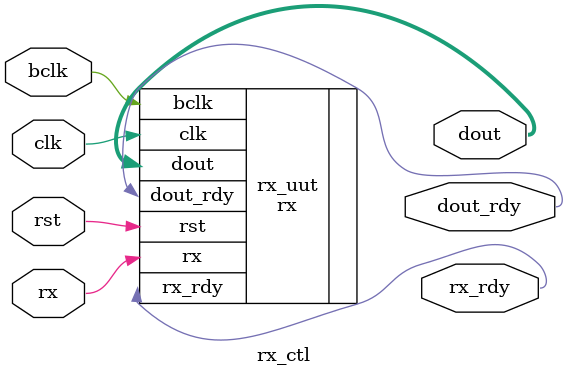
<source format=v>
module rx_ctl(
    input               clk,
    input               rst,

    input               bclk,
    input               rx,

    /* Received data. */
    output  [7:0]   dout,
    output          dout_rdy,
    output          rx_rdy
);
    rx rx_uut( 
        .clk (clk),
        .rst (rst),
        .bclk(bclk),

        .rx(rx),

        .dout    (dout),
        .dout_rdy(dout_rdy),
        .rx_rdy  (rx_rdy)
    );

    /* Receiver fifo. */
    /*
  fifo rx_fifo(
        .clk(clk),
        .rst(rst),

        .rd (fifo_rd),
        .wr (fifo_wr),
        .din(rx_dout),

        .full (fifo_full),
        .empty(fifo_empty),
        .dout (dout)
    );
    */
endmodule

</source>
